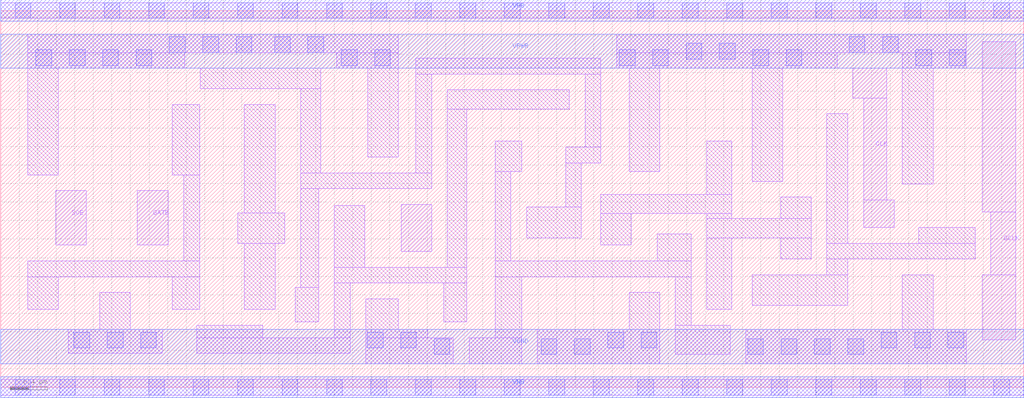
<source format=lef>
# Copyright 2020 The SkyWater PDK Authors
#
# Licensed under the Apache License, Version 2.0 (the "License");
# you may not use this file except in compliance with the License.
# You may obtain a copy of the License at
#
#     https://www.apache.org/licenses/LICENSE-2.0
#
# Unless required by applicable law or agreed to in writing, software
# distributed under the License is distributed on an "AS IS" BASIS,
# WITHOUT WARRANTIES OR CONDITIONS OF ANY KIND, either express or implied.
# See the License for the specific language governing permissions and
# limitations under the License.
#
# SPDX-License-Identifier: Apache-2.0

VERSION 5.7 ;
  NOWIREEXTENSIONATPIN ON ;
  DIVIDERCHAR "/" ;
  BUSBITCHARS "[]" ;
MACRO sky130_fd_sc_hvl__sdlclkp_1
  CLASS CORE ;
  FOREIGN sky130_fd_sc_hvl__sdlclkp_1 ;
  ORIGIN  0.000000  0.000000 ;
  SIZE  11.04000 BY  4.070000 ;
  SYMMETRY X Y ;
  SITE unithv ;
  PIN GATE
    ANTENNAGATEAREA  0.585000 ;
    DIRECTION INPUT ;
    USE SIGNAL ;
    PORT
      LAYER li1 ;
        RECT 1.475000 1.535000 1.805000 2.125000 ;
    END
  END GATE
  PIN GCLK
    ANTENNADIFFAREA  0.596250 ;
    DIRECTION OUTPUT ;
    USE SIGNAL ;
    PORT
      LAYER li1 ;
        RECT 10.590000 0.515000 10.955000 1.215000 ;
        RECT 10.590000 1.895000 10.955000 3.735000 ;
        RECT 10.685000 1.215000 10.955000 1.895000 ;
    END
  END GCLK
  PIN SCE
    ANTENNAGATEAREA  0.585000 ;
    DIRECTION INPUT ;
    USE SIGNAL ;
    PORT
      LAYER li1 ;
        RECT 0.595000 1.535000 0.925000 2.125000 ;
    END
  END SCE
  PIN CLK
    ANTENNAGATEAREA  1.170000 ;
    DIRECTION INPUT ;
    USE CLOCK ;
    PORT
      LAYER li1 ;
        RECT 4.320000 1.465000 4.650000 1.975000 ;
        RECT 9.195000 3.125000 9.560000 3.445000 ;
        RECT 9.310000 1.725000 9.640000 2.025000 ;
        RECT 9.310000 2.025000 9.560000 3.125000 ;
    END
  END CLK
  PIN VGND
    DIRECTION INOUT ;
    USE GROUND ;
    PORT
      LAYER met1 ;
        RECT 0.000000 0.255000 11.040000 0.625000 ;
    END
  END VGND
  PIN VNB
    DIRECTION INOUT ;
    USE GROUND ;
    PORT
      LAYER met1 ;
        RECT 0.000000 -0.115000 11.040000 0.115000 ;
    END
  END VNB
  PIN VPB
    DIRECTION INOUT ;
    USE POWER ;
    PORT
      LAYER met1 ;
        RECT 0.000000 3.955000 11.040000 4.185000 ;
    END
  END VPB
  PIN VPWR
    DIRECTION INOUT ;
    USE POWER ;
    PORT
      LAYER met1 ;
        RECT 0.000000 3.445000 11.040000 3.815000 ;
    END
  END VPWR
  OBS
    LAYER li1 ;
      RECT 0.000000 -0.085000 11.040000 0.085000 ;
      RECT 0.000000  3.985000 11.040000 4.155000 ;
      RECT 0.290000  0.840000  0.620000 1.195000 ;
      RECT 0.290000  1.195000  2.145000 1.365000 ;
      RECT 0.290000  2.295000  0.620000 3.445000 ;
      RECT 0.290000  3.445000  1.985000 3.615000 ;
      RECT 0.290000  3.615000  4.290000 3.815000 ;
      RECT 0.730000  0.365000  1.740000 0.625000 ;
      RECT 1.070000  0.625000  1.400000 1.025000 ;
      RECT 1.850000  0.840000  2.145000 1.195000 ;
      RECT 1.850000  2.295000  2.145000 3.055000 ;
      RECT 1.975000  1.365000  2.145000 2.295000 ;
      RECT 2.115000  0.365000  3.770000 0.535000 ;
      RECT 2.115000  0.535000  2.825000 0.670000 ;
      RECT 2.155000  3.225000  3.455000 3.445000 ;
      RECT 2.555000  1.555000  3.065000 1.885000 ;
      RECT 2.630000  0.840000  2.960000 1.555000 ;
      RECT 2.630000  1.885000  2.960000 3.055000 ;
      RECT 3.180000  0.705000  3.430000 1.080000 ;
      RECT 3.235000  1.080000  3.430000 2.145000 ;
      RECT 3.235000  2.145000  4.650000 2.315000 ;
      RECT 3.235000  2.315000  3.455000 3.225000 ;
      RECT 3.600000  0.535000  3.770000 1.125000 ;
      RECT 3.600000  1.125000  5.030000 1.295000 ;
      RECT 3.600000  1.295000  3.930000 1.965000 ;
      RECT 3.625000  3.445000  4.290000 3.615000 ;
      RECT 3.940000  0.255000  4.885000 0.535000 ;
      RECT 3.940000  0.535000  4.610000 0.625000 ;
      RECT 3.940000  0.625000  4.290000 0.955000 ;
      RECT 3.960000  2.485000  4.290000 3.445000 ;
      RECT 4.480000  2.315000  4.650000 3.385000 ;
      RECT 4.480000  3.385000  6.475000 3.555000 ;
      RECT 4.780000  0.705000  5.030000 1.125000 ;
      RECT 4.820000  1.295000  5.030000 3.005000 ;
      RECT 4.820000  3.005000  6.135000 3.215000 ;
      RECT 5.055000  0.255000  5.620000 0.535000 ;
      RECT 5.335000  0.535000  5.620000 1.195000 ;
      RECT 5.335000  1.195000  7.450000 1.365000 ;
      RECT 5.335000  1.365000  5.505000 2.330000 ;
      RECT 5.335000  2.330000  5.620000 2.660000 ;
      RECT 5.675000  1.615000  6.265000 1.945000 ;
      RECT 5.790000  0.255000  7.110000 0.625000 ;
      RECT 6.095000  1.945000  6.265000 2.425000 ;
      RECT 6.095000  2.425000  6.475000 2.595000 ;
      RECT 6.305000  2.595000  6.475000 3.385000 ;
      RECT 6.475000  1.535000  6.805000 1.875000 ;
      RECT 6.475000  1.875000  7.890000 2.085000 ;
      RECT 6.645000  3.445000  9.025000 3.615000 ;
      RECT 6.645000  3.615000 10.420000 3.815000 ;
      RECT 6.780000  0.625000  7.110000 1.025000 ;
      RECT 6.780000  2.330000  7.110000 3.445000 ;
      RECT 7.085000  1.365000  7.450000 1.655000 ;
      RECT 7.280000  0.355000  7.870000 0.670000 ;
      RECT 7.280000  0.670000  7.450000 1.195000 ;
      RECT 7.620000  0.840000  7.890000 1.615000 ;
      RECT 7.620000  1.615000  8.745000 1.825000 ;
      RECT 7.620000  1.825000  7.890000 1.875000 ;
      RECT 7.620000  2.085000  7.890000 2.660000 ;
      RECT 8.040000  0.255000 10.420000 0.625000 ;
      RECT 8.110000  0.885000  9.140000 1.215000 ;
      RECT 8.110000  2.225000  8.440000 3.445000 ;
      RECT 8.415000  1.385000  8.745000 1.615000 ;
      RECT 8.415000  1.825000  8.745000 2.055000 ;
      RECT 8.915000  1.215000  9.140000 1.385000 ;
      RECT 8.915000  1.385000 10.515000 1.555000 ;
      RECT 8.915000  1.555000  9.140000 2.955000 ;
      RECT 9.730000  0.625000 10.060000 1.215000 ;
      RECT 9.730000  2.195000 10.060000 3.445000 ;
      RECT 9.730000  3.445000 10.420000 3.615000 ;
      RECT 9.905000  1.555000 10.515000 1.725000 ;
    LAYER mcon ;
      RECT  0.155000 -0.085000  0.325000 0.085000 ;
      RECT  0.155000  3.985000  0.325000 4.155000 ;
      RECT  0.380000  3.475000  0.550000 3.645000 ;
      RECT  0.635000 -0.085000  0.805000 0.085000 ;
      RECT  0.635000  3.985000  0.805000 4.155000 ;
      RECT  0.740000  3.475000  0.910000 3.645000 ;
      RECT  0.790000  0.425000  0.960000 0.595000 ;
      RECT  1.100000  3.475000  1.270000 3.645000 ;
      RECT  1.115000 -0.085000  1.285000 0.085000 ;
      RECT  1.115000  3.985000  1.285000 4.155000 ;
      RECT  1.150000  0.425000  1.320000 0.595000 ;
      RECT  1.460000  3.475000  1.630000 3.645000 ;
      RECT  1.510000  0.425000  1.680000 0.595000 ;
      RECT  1.595000 -0.085000  1.765000 0.085000 ;
      RECT  1.595000  3.985000  1.765000 4.155000 ;
      RECT  1.820000  3.615000  1.990000 3.785000 ;
      RECT  2.075000 -0.085000  2.245000 0.085000 ;
      RECT  2.075000  3.985000  2.245000 4.155000 ;
      RECT  2.180000  3.615000  2.350000 3.785000 ;
      RECT  2.540000  3.615000  2.710000 3.785000 ;
      RECT  2.555000 -0.085000  2.725000 0.085000 ;
      RECT  2.555000  3.985000  2.725000 4.155000 ;
      RECT  2.955000  3.615000  3.125000 3.785000 ;
      RECT  3.035000 -0.085000  3.205000 0.085000 ;
      RECT  3.035000  3.985000  3.205000 4.155000 ;
      RECT  3.315000  3.615000  3.485000 3.785000 ;
      RECT  3.515000 -0.085000  3.685000 0.085000 ;
      RECT  3.515000  3.985000  3.685000 4.155000 ;
      RECT  3.675000  3.475000  3.845000 3.645000 ;
      RECT  3.955000  0.425000  4.125000 0.595000 ;
      RECT  3.995000 -0.085000  4.165000 0.085000 ;
      RECT  3.995000  3.985000  4.165000 4.155000 ;
      RECT  4.035000  3.475000  4.205000 3.645000 ;
      RECT  4.315000  0.425000  4.485000 0.595000 ;
      RECT  4.475000 -0.085000  4.645000 0.085000 ;
      RECT  4.475000  3.985000  4.645000 4.155000 ;
      RECT  4.675000  0.355000  4.845000 0.525000 ;
      RECT  4.955000 -0.085000  5.125000 0.085000 ;
      RECT  4.955000  3.985000  5.125000 4.155000 ;
      RECT  5.435000 -0.085000  5.605000 0.085000 ;
      RECT  5.435000  3.985000  5.605000 4.155000 ;
      RECT  5.830000  0.355000  6.000000 0.525000 ;
      RECT  5.915000 -0.085000  6.085000 0.085000 ;
      RECT  5.915000  3.985000  6.085000 4.155000 ;
      RECT  6.190000  0.355000  6.360000 0.525000 ;
      RECT  6.395000 -0.085000  6.565000 0.085000 ;
      RECT  6.395000  3.985000  6.565000 4.155000 ;
      RECT  6.550000  0.425000  6.720000 0.595000 ;
      RECT  6.675000  3.475000  6.845000 3.645000 ;
      RECT  6.875000 -0.085000  7.045000 0.085000 ;
      RECT  6.875000  3.985000  7.045000 4.155000 ;
      RECT  6.910000  0.425000  7.080000 0.595000 ;
      RECT  7.035000  3.475000  7.205000 3.645000 ;
      RECT  7.355000 -0.085000  7.525000 0.085000 ;
      RECT  7.355000  3.985000  7.525000 4.155000 ;
      RECT  7.395000  3.545000  7.565000 3.715000 ;
      RECT  7.755000  3.545000  7.925000 3.715000 ;
      RECT  7.835000 -0.085000  8.005000 0.085000 ;
      RECT  7.835000  3.985000  8.005000 4.155000 ;
      RECT  8.060000  0.355000  8.230000 0.525000 ;
      RECT  8.115000  3.475000  8.285000 3.645000 ;
      RECT  8.315000 -0.085000  8.485000 0.085000 ;
      RECT  8.315000  3.985000  8.485000 4.155000 ;
      RECT  8.420000  0.355000  8.590000 0.525000 ;
      RECT  8.475000  3.475000  8.645000 3.645000 ;
      RECT  8.780000  0.355000  8.950000 0.525000 ;
      RECT  8.795000 -0.085000  8.965000 0.085000 ;
      RECT  8.795000  3.985000  8.965000 4.155000 ;
      RECT  9.140000  0.355000  9.310000 0.525000 ;
      RECT  9.155000  3.615000  9.325000 3.785000 ;
      RECT  9.275000 -0.085000  9.445000 0.085000 ;
      RECT  9.275000  3.985000  9.445000 4.155000 ;
      RECT  9.500000  0.425000  9.670000 0.595000 ;
      RECT  9.515000  3.615000  9.685000 3.785000 ;
      RECT  9.755000 -0.085000  9.925000 0.085000 ;
      RECT  9.755000  3.985000  9.925000 4.155000 ;
      RECT  9.860000  0.425000 10.030000 0.595000 ;
      RECT  9.875000  3.475000 10.045000 3.645000 ;
      RECT 10.220000  0.425000 10.390000 0.595000 ;
      RECT 10.235000 -0.085000 10.405000 0.085000 ;
      RECT 10.235000  3.475000 10.405000 3.645000 ;
      RECT 10.235000  3.985000 10.405000 4.155000 ;
      RECT 10.715000 -0.085000 10.885000 0.085000 ;
      RECT 10.715000  3.985000 10.885000 4.155000 ;
  END
END sky130_fd_sc_hvl__sdlclkp_1
END LIBRARY

</source>
